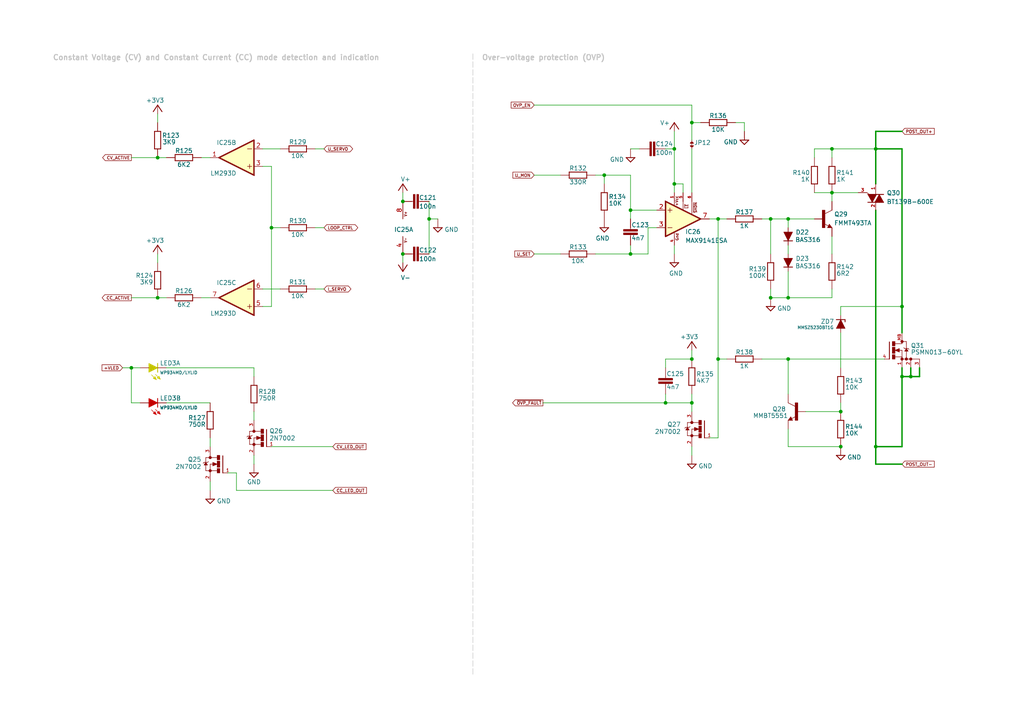
<source format=kicad_sch>
(kicad_sch (version 20250114) (generator "eeschema") (generator_version "9.0")
  (paper "A4")
  (title_block (title "${project_name}") (date "2025-12-07") (rev "${project_version}") (company "${project_creator}") (comment 1 "${project_license}") (comment 2 "${project_info}") (comment 3 "${project_url}"))
  (lib_symbols
    (symbol "PCM_EEZ_ICs:LM293D"
      (property "Reference" "IC" (at 2.54 3.175 0))
      (symbol "LM293D_1_0"
        (text "V+" (at 1.27 3.175 900) (effects (font (size 0.8128 0.6908)) (justify left bottom)))
        (text "V-" (at 1.27 -4.445 900) (effects (font (size 0.8128 0.6908)) (justify left bottom)))
        (pin power_in line (at 0 7.62 270) (length 5.08) (name "V+") (number "8"))
        (pin power_in line (at 0 -7.62 90) (length 5.08) (name "V-") (number "4"))
      )
      (symbol "LM293D_2_0"
        (pin input line (at -7.62 2.54 0) (length 2.54) (name "+IN") (number "3"))
        (pin input line (at -7.62 -2.54 0) (length 2.54) (name "-IN") (number "2"))
        (pin output line (at 7.62 0 180) (length 2.54) (name "OUT") (number "1"))
      )
      (symbol "LM293D_3_0"
        (pin input line (at -7.62 2.54 0) (length 2.54) (name "+IN") (number "5"))
        (pin input line (at -7.62 -2.54 0) (length 2.54) (name "-IN") (number "6"))
        (pin output line (at 7.62 0 180) (length 2.54) (name "OUT") (number "7"))
      )
    )
    (symbol "PCM_EEZ_ICs:MAX9141ESA"
      (property "Reference" "IC" (at 5.08 5.08 0))
      (property "Value" "MAX9141ESA" (at 5.08 -5.08 0))
      (symbol "MAX9141ESA_1_0"
        (text "+Vcc" (at -1.397 3.683 900) (effects (font (size 0.762 0.762)) (justify left bottom)))
        (text "Gnd" (at -1.27 -6.35 900) (effects (font (size 0.762 0.762)) (justify left bottom)))
        (text "~{LE}" (at 1.524 2.921 900) (effects (font (size 0.762 0.762)) (justify left bottom)))
        (text "~{SHDN}" (at 4.064 1.651 900) (effects (font (size 0.762 0.762)) (justify left bottom)))
        (pin input line (at -7.62 2.54 0) (length 2.54) (name "+IN") (number "2"))
        (pin input line (at -7.62 -2.54 0) (length 2.54) (name "-IN") (number "3"))
        (pin passive line (at -2.54 7.62 270) (length 2.54) (name "+VCC") (number "1"))
        (pin passive line (at -2.54 -7.62 90) (length 2.54) (name "GND") (number "4"))
        (pin input line (at 0 7.62 270) (length 2.54) (name "~{LE}") (number "5"))
        (pin no_connect line (at 0 -5.08 90) (length 2.54) (hide yes) (name "NC") (number "8"))
        (pin input line (at 2.54 7.62 270) (length 2.54) (name "~{SHDN}") (number "6"))
        (pin output line (at 7.62 0 180) (length 2.54) (name "OUT") (number "7"))
      )
    )
    (symbol "PCM_EEZ_discretes:DIODE"
      (property "Reference" "D" (at 2.54 0.4826 0))
      (property "Value" "???" (at 2.54 -2.3114 0))
      (symbol "DIODE_1_0"
        (pin passive line (at -2.54 0 0) (length 2.54) (name "A") (number "A"))
        (pin passive line (at 2.54 0 180) (length 2.54) (name "C") (number "C"))
      )
    )
    (symbol "PCM_EEZ_discretes:DIODE_ZENER"
      (property "Reference" "ZD" (at -1.778 1.905 0))
      (symbol "DIODE_ZENER_1_0"
        (pin passive line (at -2.54 0 0) (length 2.54) (name "A") (number "A"))
        (pin passive line (at 2.54 0 180) (length 2.54) (name "C") (number "C"))
      )
    )
    (symbol "PCM_EEZ_discretes:NMOS"
      (property "Reference" "Q" (at 3.429 2.667 0))
      (symbol "NMOS_1_0"
        (pin passive line (at -2.54 -2.54 0) (length 0) (name "G") (number "1"))
        (pin passive line (at 2.54 5.08 270) (length 2.54) (name "D") (number "3"))
        (pin passive line (at 2.54 -5.08 90) (length 2.54) (name "S") (number "2"))
      )
    )
    (symbol "PCM_EEZ_discretes:NMOS_LFPAK"
      (property "Reference" "Q" (at -2.54 0 0))
      (symbol "NMOS_LFPAK_1_0"
        (pin passive line (at -2.54 -2.54 0) (length 0) (name "G") (number "4"))
        (pin passive line (at 2.54 5.08 270) (length 2.54) (name "MB") (number "MB"))
        (pin passive line (at 2.54 -5.08 90) (length 2.54) (name "S") (number "1"))
        (pin passive line (at 5.08 -5.08 90) (length 2.54) (name "S") (number "2"))
        (pin passive line (at 7.62 -5.08 90) (length 2.54) (name "S") (number "3"))
      )
    )
    (symbol "PCM_EEZ_discretes:NPN-SOT23-BEC"
      (property "Reference" "Q" (at 2.54 0 0))
      (symbol "NPN-SOT23-BEC_1_0"
        (pin passive line (at -2.54 0 0) (length 2.54) (name "B") (number "B"))
        (pin passive line (at 2.54 5.08 270) (length 2.54) (name "C") (number "C"))
        (pin passive line (at 2.54 -5.08 90) (length 2.54) (name "E") (number "E"))
      )
    )
    (symbol "PCM_EEZ_discretes:Triac"
      (property "Reference" "Q" (at 3.81 2.54 0))
      (symbol "Triac_1_0"
        (pin passive line (at -5.08 0 0) (length 2.54) (name "G") (number "3"))
        (pin passive line (at 0 5.08 270) (length 2.54) (name "A2") (number "2"))
        (pin passive line (at 0 -2.54 90) (length 2.54) (name "A1") (number "1"))
      )
    )
    (symbol "PCM_EEZ_discretes:WP934MD/LYLID"
      (property "Reference" "LED" (at 1.905 1.27 0))
      (property "Value" "WP934MD/LYLID" (at 1.905 -0.635 0))
      (symbol "WP934MD/LYLID_1_0"
        (pin passive line (at 0 5.08 270) (length 2.54) (name "A") (number "TA"))
        (pin passive line (at 0 -2.54 90) (length 2.54) (name "C") (number "TC"))
      )
      (symbol "WP934MD/LYLID_2_0"
        (pin passive line (at 0 5.08 270) (length 2.54) (name "A") (number "BA"))
        (pin passive line (at 0 -2.54 90) (length 2.54) (name "C") (number "BC"))
      )
    )
    (symbol "PCM_EEZ_passives:C-EU"
      (property "Reference" "C" (at 1.27 0.635 0))
      (symbol "C-EU_1_0"
        (pin passive line (at 0 2.54 270) (length 2.54) (name "1") (number "1"))
        (pin passive line (at 0 -5.08 90) (length 2.54) (name "2") (number "2"))
      )
    )
    (symbol "PCM_EEZ_passives:R-EU"
      (property "Reference" "R" (at -1.905 -1.905 90))
      (symbol "R-EU_1_0"
        (pin passive line (at 0 5.08 270) (length 2.54) (name "2") (number "2"))
        (pin passive line (at 0 -5.08 90) (length 2.54) (name "1") (number "1"))
      )
    )
    (symbol "PCM_EEZ_symbols:+3V3" (power)
      (property "Value" "+3V3" (at 0 0.635 0))
      (symbol "+3V3_1_0"
        (pin power_in line (at 0 -2.54 90) (length 2.54) (name "+3V3") (number "1"))
      )
    )
    (symbol "PCM_EEZ_symbols:GND" (power)
      (property "Value" "GND" (at 0 -1.905 0))
      (symbol "GND_1_0"
        (pin power_in line (at 0 2.54 270) (length 2.54) (name "GND") (number "1"))
      )
    )
    (symbol "PCM_EEZ_symbols:V+" (power)
      (property "Value" "V+" (at -1.27 1.27 0))
      (symbol "V+_1_0"
        (pin power_in line (at 0 -2.54 90) (length 2.54) (name "V+") (number "1"))
      )
    )
    (symbol "PCM_EEZ_symbols:V-" (power)
      (property "Value" "V-" (at -1.27 -2.54 0))
      (symbol "V-_1_0"
        (pin power_in line (at 0 2.54 270) (length 2.54) (name "V-") (number "1"))
      )
    )
    (symbol "PCM_EEZ_unsorted:JP2 shorted" (in_bom no)
      (property "Reference" "JP" (at -3.175 1.27 0))
      (symbol "JP2 shorted_1_0"
        (pin passive line (at 0 0 270) (length 0) (name "1") (number "1"))
        (pin passive line (at 2.54 0 270) (length 0) (name "2") (number "2"))
      )
    )
    (symbol "R-EU_10"
      (property "Reference" "R" (at -1.905 -1.905 90))
      (symbol "R-EU_10_1_0"
        (pin passive line (at 0 5.08 270) (length 2.54) (name "2") (number "2"))
        (pin passive line (at 0 -5.08 90) (length 2.54) (name "1") (number "1"))
      )
    )
    (symbol "R-EU_11"
      (property "Reference" "R" (at -1.905 -1.905 90))
      (symbol "R-EU_11_1_0"
        (pin passive line (at 0 5.08 270) (length 2.54) (name "2") (number "2"))
        (pin passive line (at 0 -5.08 90) (length 2.54) (name "1") (number "1"))
      )
    )
    (symbol "R-EU_12"
      (property "Reference" "R" (at -1.905 -1.905 90))
      (symbol "R-EU_12_1_0"
        (pin passive line (at 0 5.08 270) (length 2.54) (name "2") (number "2"))
        (pin passive line (at 0 -5.08 90) (length 2.54) (name "1") (number "1"))
      )
    )
    (symbol "R-EU_14"
      (property "Reference" "R" (at -1.905 -1.905 90))
      (symbol "R-EU_14_1_0"
        (pin passive line (at 0 5.08 270) (length 2.54) (name "2") (number "2"))
        (pin passive line (at 0 -5.08 90) (length 2.54) (name "1") (number "1"))
      )
    )
    (symbol "R-EU_15"
      (property "Reference" "R" (at -1.905 -1.905 90))
      (symbol "R-EU_15_1_0"
        (pin passive line (at 0 5.08 270) (length 2.54) (name "2") (number "2"))
        (pin passive line (at 0 -5.08 90) (length 2.54) (name "1") (number "1"))
      )
    )
    (symbol "R-EU_17"
      (property "Reference" "R" (at -1.905 -1.905 90))
      (symbol "R-EU_17_1_0"
        (pin passive line (at 0 5.08 270) (length 2.54) (name "2") (number "2"))
        (pin passive line (at 0 -5.08 90) (length 2.54) (name "1") (number "1"))
      )
    )
    (symbol "R-EU_19"
      (property "Reference" "R" (at -1.905 -1.905 90))
      (symbol "R-EU_19_1_0"
        (pin passive line (at 0 5.08 270) (length 2.54) (name "2") (number "2"))
        (pin passive line (at 0 -5.08 90) (length 2.54) (name "1") (number "1"))
      )
    )
    (symbol "R-EU_20"
      (property "Reference" "R" (at -1.905 -1.905 90))
      (symbol "R-EU_20_1_0"
        (pin passive line (at 0 5.08 270) (length 2.54) (name "2") (number "2"))
        (pin passive line (at 0 -5.08 90) (length 2.54) (name "1") (number "1"))
      )
    )
    (symbol "R-EU_3"
      (property "Reference" "R" (at -1.905 -1.905 90))
      (symbol "R-EU_3_1_0"
        (pin passive line (at 0 5.08 270) (length 2.54) (name "2") (number "2"))
        (pin passive line (at 0 -5.08 90) (length 2.54) (name "1") (number "1"))
      )
    )
    (symbol "R-EU_4"
      (property "Reference" "R" (at -1.905 -1.905 90))
      (symbol "R-EU_4_1_0"
        (pin passive line (at 0 5.08 270) (length 2.54) (name "2") (number "2"))
        (pin passive line (at 0 -5.08 90) (length 2.54) (name "1") (number "1"))
      )
    )
    (symbol "R-EU_5"
      (property "Reference" "R" (at -1.905 -1.905 90))
      (symbol "R-EU_5_1_0"
        (pin passive line (at 0 5.08 270) (length 2.54) (name "2") (number "2"))
        (pin passive line (at 0 -5.08 90) (length 2.54) (name "1") (number "1"))
      )
    )
    (symbol "R-EU_6"
      (property "Reference" "R" (at -1.905 -1.905 90))
      (symbol "R-EU_6_1_0"
        (pin passive line (at 0 5.08 270) (length 2.54) (name "2") (number "2"))
        (pin passive line (at 0 -5.08 90) (length 2.54) (name "1") (number "1"))
      )
    )
    (symbol "R-EU_7"
      (property "Reference" "R" (at -1.905 -1.905 90))
      (symbol "R-EU_7_1_0"
        (pin passive line (at 0 5.08 270) (length 2.54) (name "2") (number "2"))
        (pin passive line (at 0 -5.08 90) (length 2.54) (name "1") (number "1"))
      )
    )
    (symbol "R-EU_9"
      (property "Reference" "R" (at -1.905 -1.905 90))
      (symbol "R-EU_9_1_0"
        (pin passive line (at 0 5.08 270) (length 2.54) (name "2") (number "2"))
        (pin passive line (at 0 -5.08 90) (length 2.54) (name "1") (number "1"))
      )
    )
  )
  (text "Constant Voltage (CV) and Constant Current (CC) mode detection and indication" (at 15.24 17.78 0) (effects (font (size 1.524 1.524) (thickness 0.3048) (bold yes)) (justify left bottom)))
  (text "Over-voltage protection (OVP)" (at 139.7 17.78 0) (effects (font (size 1.524 1.524) (thickness 0.3048) (bold yes)) (justify left bottom)))
  (junction (at 254 129.54))
  (junction (at 223.52 86.36))
  (junction (at 116.84 58.42))
  (junction (at 241.3 55.88))
  (junction (at 182.88 60.96))
  (junction (at 228.6 63.5))
  (junction (at 200.66 35.56))
  (junction (at 254 43.18))
  (junction (at 261.62 88.9))
  (junction (at 195.58 43.18))
  (junction (at 261.62 109.22))
  (junction (at 228.6 104.14))
  (junction (at 45.72 86.36))
  (junction (at 124.46 63.5))
  (junction (at 195.58 53.34))
  (junction (at 38.1 106.68))
  (junction (at 208.28 104.14))
  (junction (at 241.3 43.18))
  (junction (at 193.04 116.84))
  (junction (at 78.74 66.04))
  (junction (at 182.88 73.66))
  (junction (at 208.28 63.5))
  (junction (at 228.6 86.36))
  (junction (at 116.84 73.66))
  (junction (at 264.16 109.22))
  (junction (at 243.84 129.54))
  (junction (at 200.66 116.84))
  (junction (at 45.72 45.72))
  (junction (at 223.52 63.5))
  (junction (at 200.66 104.14))
  (junction (at 175.26 50.8))
  (junction (at 243.84 119.38))
  (wire (pts (xy 254 43.18) (xy 241.3 43.18)) (stroke (width 0.1524)))
  (wire (pts (xy 68.58 137.16) (xy 68.58 142.24)) (stroke (width 0.1524)))
  (wire (pts (xy 81.28 66.04) (xy 78.74 66.04)) (stroke (width 0.1524)))
  (wire (pts (xy 45.72 33.02) (xy 45.72 35.56)) (stroke (width 0.1524)))
  (wire (pts (xy 254 43.18) (xy 254 53.34)) (stroke (width 0.4064)))
  (wire (pts (xy 200.66 101.6) (xy 200.66 104.14)) (stroke (width 0.1524)))
  (wire (pts (xy 200.66 30.48) (xy 200.66 35.56)) (stroke (width 0.1524)))
  (wire (pts (xy 195.58 53.34) (xy 195.58 55.88)) (stroke (width 0.1524)))
  (wire (pts (xy 208.28 63.5) (xy 210.82 63.5)) (stroke (width 0.1524)))
  (wire (pts (xy 124.46 63.5) (xy 124.46 73.66)) (stroke (width 0.1524)))
  (wire (pts (xy 68.58 142.24) (xy 96.52 142.24)) (stroke (width 0.1524)))
  (wire (pts (xy 200.66 116.84) (xy 193.04 116.84)) (stroke (width 0.1524)))
  (wire (pts (xy 254 134.62) (xy 254 129.54)) (stroke (width 0.4064)))
  (wire (pts (xy 264.16 109.22) (xy 266.7 109.22)) (stroke (width 0.4064)))
  (wire (pts (xy 203.2 35.56) (xy 200.66 35.56)) (stroke (width 0.1524)))
  (wire (pts (xy 228.6 63.5) (xy 223.52 63.5)) (stroke (width 0.1524)))
  (wire (pts (xy 248.92 55.88) (xy 241.3 55.88)) (stroke (width 0.1524)))
  (wire (pts (xy 172.72 50.8) (xy 175.26 50.8)) (stroke (width 0.1524)))
  (wire (pts (xy 175.26 53.34) (xy 175.26 50.8)) (stroke (width 0.1524)))
  (wire (pts (xy 243.84 88.9) (xy 243.84 91.44)) (stroke (width 0.1524)))
  (wire (pts (xy 193.04 104.14) (xy 193.04 106.68)) (stroke (width 0.1524)))
  (wire (pts (xy 162.56 73.66) (xy 154.94 73.66)) (stroke (width 0.1524)))
  (wire (pts (xy 124.46 58.42) (xy 124.46 63.5)) (stroke (width 0.1524)))
  (wire (pts (xy 40.64 106.68) (xy 38.1 106.68)) (stroke (width 0.1524)))
  (wire (pts (xy 241.3 58.42) (xy 241.3 55.88)) (stroke (width 0.1524)))
  (wire (pts (xy 48.26 116.84) (xy 60.96 116.84)) (stroke (width 0.1524)))
  (wire (pts (xy 193.04 116.84) (xy 193.04 114.3)) (stroke (width 0.1524)))
  (wire (pts (xy 228.6 129.54) (xy 228.6 124.46)) (stroke (width 0.1524)))
  (wire (pts (xy 220.98 63.5) (xy 223.52 63.5)) (stroke (width 0.1524)))
  (wire (pts (xy 223.52 73.66) (xy 223.52 63.5)) (stroke (width 0.1524)))
  (wire (pts (xy 91.44 83.82) (xy 93.98 83.82)) (stroke (width 0.1524)))
  (wire (pts (xy 261.62 109.22) (xy 264.16 109.22)) (stroke (width 0.4064)))
  (wire (pts (xy 241.3 43.18) (xy 236.22 43.18)) (stroke (width 0.1524)))
  (wire (pts (xy 200.66 55.88) (xy 200.66 43.18)) (stroke (width 0.1524)))
  (wire (pts (xy 254 38.1) (xy 261.62 38.1)) (stroke (width 0.4064)))
  (wire (pts (xy 220.98 104.14) (xy 228.6 104.14)) (stroke (width 0.1524)))
  (wire (pts (xy 241.3 83.82) (xy 241.3 86.36)) (stroke (width 0.1524)))
  (wire (pts (xy 35.56 106.68) (xy 38.1 106.68)))
  (wire (pts (xy 182.88 60.96) (xy 190.5 60.96)) (stroke (width 0.1524)))
  (wire (pts (xy 266.7 109.22) (xy 266.7 106.68)) (stroke (width 0.4064)))
  (wire (pts (xy 78.74 129.54) (xy 96.52 129.54)) (stroke (width 0.1524)))
  (wire (pts (xy 195.58 38.1) (xy 195.58 43.18)) (stroke (width 0.1524)))
  (wire (pts (xy 261.62 96.52) (xy 261.62 88.9)) (stroke (width 0.4064)))
  (wire (pts (xy 45.72 73.66) (xy 45.72 76.2)) (stroke (width 0.1524)))
  (wire (pts (xy 236.22 43.18) (xy 236.22 45.72)) (stroke (width 0.1524)))
  (wire (pts (xy 228.6 86.36) (xy 223.52 86.36)) (stroke (width 0.1524)))
  (wire (pts (xy 193.04 43.18) (xy 195.58 43.18)) (stroke (width 0.1524)))
  (wire (pts (xy 228.6 73.66) (xy 228.6 71.12)) (stroke (width 0.1524)))
  (wire (pts (xy 40.64 116.84) (xy 38.1 116.84)) (stroke (width 0.1524)))
  (wire (pts (xy 187.96 73.66) (xy 187.96 66.04)) (stroke (width 0.1524)))
  (wire (pts (xy 198.12 53.34) (xy 198.12 55.88)) (stroke (width 0.1524)))
  (wire (pts (xy 172.72 73.66) (xy 182.88 73.66)) (stroke (width 0.1524)))
  (wire (pts (xy 38.1 116.84) (xy 38.1 106.68)) (stroke (width 0.1524)))
  (wire (pts (xy 200.66 40.64) (xy 200.66 35.56)) (stroke (width 0.1524)))
  (wire (pts (xy 45.72 45.72) (xy 48.26 45.72)) (stroke (width 0.1524)))
  (wire (pts (xy 38.1 86.36) (xy 45.72 86.36)) (stroke (width 0.1524)))
  (wire (pts (xy 195.58 53.34) (xy 198.12 53.34)) (stroke (width 0.1524)))
  (wire (pts (xy 241.3 73.66) (xy 241.3 68.58)) (stroke (width 0.1524)))
  (wire (pts (xy 60.96 127) (xy 60.96 129.54)) (stroke (width 0.1524)))
  (wire (pts (xy 200.66 104.14) (xy 193.04 104.14)) (stroke (width 0.1524)))
  (wire (pts (xy 205.74 63.5) (xy 208.28 63.5)) (stroke (width 0.1524)))
  (wire (pts (xy 228.6 86.36) (xy 228.6 78.74)) (stroke (width 0.1524)))
  (wire (pts (xy 243.84 129.54) (xy 228.6 129.54)) (stroke (width 0.1524)))
  (wire (pts (xy 261.62 134.62) (xy 254 134.62)) (stroke (width 0.4064)))
  (wire (pts (xy 182.88 73.66) (xy 187.96 73.66)) (stroke (width 0.1524)))
  (wire (pts (xy 187.96 66.04) (xy 190.5 66.04)) (stroke (width 0.1524)))
  (wire (pts (xy 241.3 55.88) (xy 236.22 55.88)) (stroke (width 0.1524)))
  (wire (pts (xy 215.9 38.1) (xy 215.9 35.56)) (stroke (width 0.1524)))
  (wire (pts (xy 193.04 116.84) (xy 157.48 116.84)) (stroke (width 0.1524)))
  (wire (pts (xy 264.16 109.22) (xy 264.16 106.68)) (stroke (width 0.4064)))
  (wire (pts (xy 182.88 63.5) (xy 182.88 60.96)) (stroke (width 0.1524)))
  (wire (pts (xy 91.44 43.18) (xy 93.98 43.18)) (stroke (width 0.1524)))
  (wire (pts (xy 182.88 50.8) (xy 182.88 60.96)) (stroke (width 0.1524)))
  (wire (pts (xy 215.9 35.56) (xy 213.36 35.56)) (stroke (width 0.1524)))
  (wire (pts (xy 243.84 119.38) (xy 233.68 119.38)) (stroke (width 0.1524)))
  (wire (pts (xy 175.26 50.8) (xy 182.88 50.8)) (stroke (width 0.1524)))
  (wire (pts (xy 60.96 45.72) (xy 58.42 45.72)) (stroke (width 0.1524)))
  (wire (pts (xy 195.58 73.66) (xy 195.58 71.12)) (stroke (width 0.1524)))
  (wire (pts (xy 236.22 63.5) (xy 228.6 63.5)) (stroke (width 0.1524)))
  (wire (pts (xy 78.74 88.9) (xy 76.2 88.9)) (stroke (width 0.1524)))
  (wire (pts (xy 254 43.18) (xy 261.62 43.18)) (stroke (width 0.4064)))
  (wire (pts (xy 254 43.18) (xy 254 38.1)) (stroke (width 0.4064)))
  (wire (pts (xy 254 60.96) (xy 254 129.54)) (stroke (width 0.4064)))
  (wire (pts (xy 228.6 63.5) (xy 228.6 66.04)) (stroke (width 0.1524)))
  (wire (pts (xy 78.74 66.04) (xy 78.74 88.9)) (stroke (width 0.1524)))
  (wire (pts (xy 185.42 43.18) (xy 182.88 43.18)) (stroke (width 0.1524)))
  (wire (pts (xy 182.88 71.12) (xy 182.88 73.66)) (stroke (width 0.1524)))
  (wire (pts (xy 241.3 43.18) (xy 241.3 45.72)) (stroke (width 0.1524)))
  (wire (pts (xy 210.82 104.14) (xy 208.28 104.14)) (stroke (width 0.1524)))
  (wire (pts (xy 91.44 66.04) (xy 93.98 66.04)) (stroke (width 0.1524)))
  (wire (pts (xy 73.66 119.38) (xy 73.66 121.92)) (stroke (width 0.1524)))
  (wire (pts (xy 256.54 104.14) (xy 228.6 104.14)) (stroke (width 0.1524)))
  (wire (pts (xy 116.84 55.88) (xy 116.84 58.42)) (stroke (width 0.1524)))
  (wire (pts (xy 243.84 106.68) (xy 243.84 96.52)) (stroke (width 0.1524)))
  (wire (pts (xy 195.58 43.18) (xy 195.58 53.34)) (stroke (width 0.1524)))
  (wire (pts (xy 208.28 63.5) (xy 208.28 104.14)) (stroke (width 0.1524)))
  (wire (pts (xy 205.74 127) (xy 208.28 127)) (stroke (width 0.1524)))
  (wire (pts (xy 223.52 86.36) (xy 223.52 83.82)) (stroke (width 0.1524)))
  (wire (pts (xy 261.62 88.9) (xy 261.62 43.18)) (stroke (width 0.4064)))
  (wire (pts (xy 162.56 50.8) (xy 154.94 50.8)) (stroke (width 0.1524)))
  (wire (pts (xy 76.2 83.82) (xy 81.28 83.82)) (stroke (width 0.1524)))
  (wire (pts (xy 261.62 88.9) (xy 243.84 88.9)) (stroke (width 0.1524)))
  (wire (pts (xy 261.62 109.22) (xy 261.62 129.54)) (stroke (width 0.4064)))
  (wire (pts (xy 48.26 106.68) (xy 73.66 106.68)) (stroke (width 0.1524)))
  (wire (pts (xy 200.66 132.08) (xy 200.66 129.54)) (stroke (width 0.1524)))
  (wire (pts (xy 38.1 45.72) (xy 45.72 45.72)) (stroke (width 0.1524)))
  (polyline (pts (xy 137.16 195.58) (xy 137.16 15.24)) (stroke (width 0.1524) (type dash) (color 194 194 194 1)))
  (wire (pts (xy 73.66 106.68) (xy 73.66 109.22)) (stroke (width 0.1524)))
  (wire (pts (xy 200.66 114.3) (xy 200.66 116.84)) (stroke (width 0.1524)))
  (wire (pts (xy 81.28 43.18) (xy 76.2 43.18)) (stroke (width 0.1524)))
  (wire (pts (xy 200.66 119.38) (xy 200.66 116.84)) (stroke (width 0.1524)))
  (wire (pts (xy 73.66 134.62) (xy 73.66 132.08)) (stroke (width 0.1524)))
  (wire (pts (xy 154.94 30.48) (xy 200.66 30.48)) (stroke (width 0.1524)))
  (wire (pts (xy 76.2 48.26) (xy 78.74 48.26)) (stroke (width 0.1524)))
  (wire (pts (xy 116.84 76.2) (xy 116.84 73.66)) (stroke (width 0.1524)))
  (wire (pts (xy 78.74 48.26) (xy 78.74 66.04)) (stroke (width 0.1524)))
  (wire (pts (xy 241.3 86.36) (xy 228.6 86.36)) (stroke (width 0.1524)))
  (wire (pts (xy 261.62 106.68) (xy 261.62 109.22)) (stroke (width 0.4064)))
  (wire (pts (xy 124.46 63.5) (xy 127 63.5)) (stroke (width 0.1524)))
  (wire (pts (xy 243.84 119.38) (xy 243.84 116.84)) (stroke (width 0.1524)))
  (wire (pts (xy 66.04 137.16) (xy 68.58 137.16)) (stroke (width 0.1524)))
  (wire (pts (xy 228.6 114.3) (xy 228.6 104.14)) (stroke (width 0.1524)))
  (wire (pts (xy 254 129.54) (xy 261.62 129.54)) (stroke (width 0.4064)))
  (wire (pts (xy 208.28 127) (xy 208.28 104.14)) (stroke (width 0.1524)))
  (wire (pts (xy 60.96 142.24) (xy 60.96 139.7)) (stroke (width 0.1524)))
  (wire (pts (xy 45.72 86.36) (xy 48.26 86.36)) (stroke (width 0.1524)))
  (wire (pts (xy 60.96 86.36) (xy 58.42 86.36)) (stroke (width 0.1524)))
  (global_label "CV_LED_OUT" (shape input) (at 96.52 129.54 0) (effects (font (size 0.889 0.889))) (property "Intersheetrefs" "${INTERSHEET_REFS}" (effects (hide yes))))
  (global_label "+VLED" (shape input) (at 35.56 106.68 180) (effects (font (size 0.889 0.889))) (property "Intersheetrefs" "${INTERSHEET_REFS}" (effects (hide yes))))
  (global_label "U_MON" (shape input) (at 154.94 50.8 180) (effects (font (size 0.889 0.889))) (property "Intersheetrefs" "${INTERSHEET_REFS}" (effects (hide yes))))
  (global_label "CV_ACTIVE" (shape output) (at 38.1 45.72 180) (effects (font (size 0.889 0.889))) (property "Intersheetrefs" "${INTERSHEET_REFS}" (effects (hide yes))))
  (global_label "POST_OUT+" (shape input) (at 261.62 38.1 0) (effects (font (size 0.889 0.889))) (property "Intersheetrefs" "${INTERSHEET_REFS}" (effects (hide yes))))
  (global_label "LOOP_CTRL" (shape bidirectional) (at 93.98 66.04 0) (effects (font (size 0.889 0.889))) (property "Intersheetrefs" "${INTERSHEET_REFS}" (effects (hide yes))))
  (global_label "CC_LED_OUT" (shape input) (at 96.52 142.24 0) (effects (font (size 0.889 0.889))) (property "Intersheetrefs" "${INTERSHEET_REFS}" (effects (hide yes))))
  (global_label "OVP_EN" (shape input) (at 154.94 30.48 180) (effects (font (size 0.889 0.889))) (property "Intersheetrefs" "${INTERSHEET_REFS}" (effects (hide yes))))
  (global_label "I_SERVO" (shape bidirectional) (at 93.98 83.82 0) (effects (font (size 0.889 0.889))) (property "Intersheetrefs" "${INTERSHEET_REFS}" (effects (hide yes))))
  (global_label "~{OVP_FAULT}" (shape output) (at 157.48 116.84 180) (effects (font (size 0.889 0.889))) (property "Intersheetrefs" "${INTERSHEET_REFS}" (effects (hide yes))))
  (global_label "CC_ACTIVE" (shape output) (at 38.1 86.36 180) (effects (font (size 0.889 0.889))) (property "Intersheetrefs" "${INTERSHEET_REFS}" (effects (hide yes))))
  (global_label "POST_OUT-" (shape input) (at 261.62 134.62 0) (effects (font (size 0.889 0.889))) (property "Intersheetrefs" "${INTERSHEET_REFS}" (effects (hide yes))))
  (global_label "U_SET" (shape input) (at 154.94 73.66 180) (effects (font (size 0.889 0.889))) (property "Intersheetrefs" "${INTERSHEET_REFS}" (effects (hide yes))))
  (global_label "U_SERVO" (shape bidirectional) (at 93.98 43.18 0) (effects (font (size 0.889 0.889))) (property "Intersheetrefs" "${INTERSHEET_REFS}" (effects (hide yes))))
  (symbol (lib_id "PCM_EEZ_unsorted:JP2 shorted") (at 200.66 40.64 90) (mirror x) (unit 1) (in_bom no)
    (property "Reference" "JP12" (at 201.295 40.64 90) (effects (justify right top)))
    (property "Value" "JP2-NOCUT-0805" (effects (hide yes)))
    (property "Footprint" "PCM_EEZ_SMD:JP2 shorted (0603)" (effects (hide yes)))
  )
  (symbol (lib_id "PCM_EEZ_passives:C-EU") (at 182.88 66.04 0) (unit 1)
    (property "Reference" "C123" (at 183.134 64.516 0) (effects (justify left top)))
    (property "Value" "4n7" (at 183.134 68.326 0) (effects (justify left top)))
    (property "Footprint" "PCM_EEZ_passives:C_0805_2012Metric" (effects (hide yes)))
    (property "DigiKey" "732-12255-1-ND " (effects (hide yes)))
    (property "Mouser" "810-C2012C0G1H472J-1 " (effects (hide yes)))
    (property "TME" "GRM2165C1H472JA01D" (effects (hide yes)))
  )
  (symbol (lib_name "R-EU_6") (lib_id "PCM_EEZ_passives:R-EU") (at 53.34 86.36 90) (mirror x) (unit 1)
    (property "Reference" "R126" (at 53.34 85.09 90) (effects (justify bottom)))
    (property "Value" "6K2" (at 53.34 87.63 90) (effects (justify top)))
    (property "Footprint" "PCM_EEZ_passives:R_0805_2012Metric" (effects (hide yes)))
  )
  (symbol (lib_id "PCM_EEZ_symbols:GND") (at 60.96 144.78 0) (unit 1)
    (property "Reference" "#SUPPLY068" (effects (hide yes)))
    (property "Value" "GND" (at 62.865 146.05 0) (effects (justify left bottom)))
  )
  (symbol (lib_id "PCM_EEZ_discretes:NPN-SOT23-BEC") (at 231.14 119.38 0) (mirror y) (unit 1)
    (property "Reference" "Q28" (at 227.965 119.38 0) (effects (justify left bottom)))
    (property "Value" "MMBT5551" (at 228.6 121.285 0) (effects (justify left bottom)))
    (property "Footprint" "PCM_EEZ_SMD:SOT23-BEC" (effects (hide yes)))
    (property "DigiKey" "MMBT5551LT1GOSCT-ND " (effects (hide yes)))
    (property "Mouser" "637-MMBT5551" (effects (hide yes)))
    (property "TME" "MMBT5551-DIO" (effects (hide yes)))
    (property "LCSC" "C41095" (effects (hide yes)))
  )
  (symbol (lib_name "R-EU_19") (lib_id "PCM_EEZ_passives:R-EU") (at 167.64 73.66 270) (mirror x) (unit 1)
    (property "Reference" "R133" (at 167.64 72.39 90) (effects (justify top)))
    (property "Value" "10K" (at 167.64 74.93 90) (effects (justify bottom)))
    (property "Footprint" "PCM_EEZ_passives:R_0805_2012Metric" (effects (hide yes)))
    (property "DigiKey" "311-10.0KCRCT-ND" (effects (hide yes)))
    (property "Mouser" "603-RC0805FR-0710KL" (effects (hide yes)))
    (property "TME" "RC0805FR-1310KL" (effects (hide yes)))
  )
  (symbol (lib_id "PCM_EEZ_symbols:GND") (at 73.66 137.16 0) (unit 1)
    (property "Reference" "#SUPPLY069" (effects (hide yes)))
    (property "Value" "GND" (at 73.66 139.065 0) (effects (justify top)))
  )
  (symbol (lib_id "PCM_EEZ_discretes:NMOS") (at 63.5 134.62 0) (mirror y) (unit 1)
    (property "Reference" "Q25" (at 58.42 133.985 0) (effects (justify left bottom)))
    (property "Value" "2N7002" (at 58.42 134.62 0) (effects (justify left top)))
    (property "Footprint" "PCM_EEZ_SMD:SOT103P240X110-3N" (effects (hide yes)))
    (property "DigiKey" "T2N7002AKLMCT-ND" (effects (hide yes)))
    (property "Mouser" "757-T2N7002AKLM" (effects (hide yes)))
    (property "TME" "2N7002LT1G" (effects (hide yes)))
  )
  (symbol (lib_id "PCM_EEZ_symbols:GND") (at 127 66.04 0) (unit 1)
    (property "Reference" "#SUPPLY070" (effects (hide yes)))
    (property "Value" "GND" (at 128.905 67.31 0) (effects (justify left bottom)))
  )
  (symbol (lib_id "PCM_EEZ_ICs:LM293D") (at 116.84 66.04 0) (unit 1)
    (property "Reference" "IC25" (at 114.3 67.31 0) (effects (justify left bottom)))
    (property "Value" "LM293D" (effects (hide yes)))
    (property "Footprint" "PCM_EEZ_SMD:SOIC127P600X173-8N" (effects (hide yes)))
    (property "DigiKey" "LM293DR2GOSCT-ND" (effects (hide yes)))
    (property "Mouser" "863-LM293DR2G" (effects (hide yes)))
    (property "TME" "LM293DR" (effects (hide yes)))
    (property "LCSC" "C76509" (effects (hide yes)))
  )
  (symbol (lib_id "PCM_EEZ_symbols:+3V3") (at 45.72 30.48 0) (mirror y) (unit 1)
    (property "Reference" "#+3V026" (effects (hide yes)))
    (property "Value" "+3V3" (at 47.625 29.845 0) (effects (justify left bottom)))
  )
  (symbol (lib_id "PCM_EEZ_symbols:GND") (at 175.26 66.04 0) (unit 1)
    (property "Reference" "#SUPPLY071" (effects (hide yes)))
    (property "Value" "GND" (at 172.72 69.85 0) (effects (justify left bottom)))
  )
  (symbol (lib_id "PCM_EEZ_discretes:Triac") (at 254 55.88 0) (mirror x) (unit 1)
    (property "Reference" "Q30" (at 257.175 55.245 0) (effects (justify left bottom)))
    (property "Value" "BT139B-600E" (at 257.175 57.785 0) (effects (justify left bottom)))
    (property "Footprint" "PCM_EEZ_SMD:TO-263_SOT-404" (effects (hide yes)))
    (property "DigiKey" "1740-1053-1-ND" (effects (hide yes)))
    (property "Mouser" "771-BT139B-600E118" (effects (hide yes)))
    (property "TME" "BT139B-600E.118" (effects (hide yes)))
    (property "LCSC" "C6533556" (effects (hide yes)))
  )
  (symbol (lib_id "PCM_EEZ_symbols:+3V3") (at 45.72 71.12 0) (mirror y) (unit 1)
    (property "Reference" "#+3V027" (effects (hide yes)))
    (property "Value" "+3V3" (at 47.625 70.485 0) (effects (justify left bottom)))
  )
  (symbol (lib_id "PCM_EEZ_passives:R-EU") (at 223.52 78.74 0) (unit 1)
    (property "Reference" "R139" (at 222.25 78.74 0) (effects (justify right bottom)))
    (property "Value" "100K" (at 222.25 80.645 0) (effects (justify right bottom)))
    (property "Footprint" "PCM_EEZ_passives:R_0805_2012Metric" (effects (hide yes)))
    (property "DigiKey" "RMCF0805FT100KCT-ND " (effects (hide yes)))
    (property "Mouser" "71-CRCW0805100KFKEAC" (effects (hide yes)))
    (property "TME" "0805S8F1003T5E" (effects (hide yes)))
  )
  (symbol (lib_id "PCM_EEZ_passives:C-EU") (at 121.92 58.42 270) (unit 1)
    (property "Reference" "C121" (at 121.539 58.039 90) (effects (justify left bottom)))
    (property "Value" "100n" (at 121.539 60.579 90) (effects (justify left bottom)))
    (property "Footprint" "PCM_EEZ_passives:C_0603_1608Metric" (effects (hide yes)))
    (property "DigiKey" "490-4774-1-ND" (effects (hide yes)))
    (property "Mouser" "80-C0603C104M4R" (effects (hide yes)))
    (property "TME" "CL10B104KA8NNNC" (effects (hide yes)))
  )
  (symbol (lib_name "R-EU_3") (lib_id "PCM_EEZ_passives:R-EU") (at 175.26 58.42 0) (mirror x) (unit 1)
    (property "Reference" "R134" (at 176.53 57.785 0) (effects (justify left top)))
    (property "Value" "10K" (at 176.53 59.69 0) (effects (justify left top)))
    (property "Footprint" "PCM_EEZ_passives:R_0805_2012Metric" (effects (hide yes)))
    (property "DigiKey" "311-10.0KCRCT-ND" (effects (hide yes)))
    (property "Mouser" "603-RC0805FR-0710KL" (effects (hide yes)))
    (property "TME" "RC0805FR-1310KL" (effects (hide yes)))
  )
  (symbol (lib_id "PCM_EEZ_symbols:V+") (at 116.84 53.34 0) (unit 1)
    (property "Reference" "#P+07" (effects (hide yes)))
    (property "Value" "V+" (at 116.205 52.705 0) (effects (justify left bottom)))
  )
  (symbol (lib_name "R-EU_7") (lib_id "PCM_EEZ_passives:R-EU") (at 60.96 121.92 0) (unit 1)
    (property "Reference" "R127" (at 59.69 121.92 0) (effects (justify right bottom)))
    (property "Value" "750R" (at 59.69 123.825 0) (effects (justify right bottom)))
    (property "Footprint" "PCM_EEZ_passives:R_0805_2012Metric" (effects (hide yes)))
    (property "DigiKey" "A126385CT-ND" (effects (hide yes)))
    (property "Mouser" "71-CRCW0805750RFKEAC" (effects (hide yes)))
    (property "TME" "0805S8F7500T5E" (effects (hide yes)))
    (property "LCSC" "C17818" (effects (hide yes)))
  )
  (symbol (lib_id "PCM_EEZ_symbols:GND") (at 215.9 40.64 0) (mirror y) (unit 1)
    (property "Reference" "#SUPPLY075" (effects (hide yes)))
    (property "Value" "GND" (at 213.995 41.91 0) (effects (justify left bottom)))
  )
  (symbol (lib_name "R-EU_4") (lib_id "PCM_EEZ_passives:R-EU") (at 86.36 66.04 270) (unit 1)
    (property "Reference" "R130" (at 86.36 64.77 90) (effects (justify bottom)))
    (property "Value" "10K" (at 86.36 67.31 90) (effects (justify top)))
    (property "Footprint" "PCM_EEZ_passives:R_0805_2012Metric" (effects (hide yes)))
    (property "DigiKey" "311-10.0KCRCT-ND" (effects (hide yes)))
    (property "Mouser" "603-RC0805FR-0710KL" (effects (hide yes)))
    (property "TME" "RC0805FR-1310KL" (effects (hide yes)))
  )
  (symbol (lib_id "PCM_EEZ_passives:R-EU") (at 215.9 104.14 90) (mirror x) (unit 1)
    (property "Reference" "R138" (at 215.9 102.87 90) (effects (justify bottom)))
    (property "Value" "1K" (at 215.9 105.41 90) (effects (justify top)))
    (property "Footprint" "PCM_EEZ_passives:R_0805_2012Metric" (effects (hide yes)))
    (property "DigiKey" "RC0805FR-071KL" (effects (hide yes)))
    (property "Mouser" "603-RC0805FR-071KL" (effects (hide yes)))
    (property "TME" "RC0805FR-071K" (effects (hide yes)))
  )
  (symbol (lib_id "PCM_EEZ_passives:R-EU") (at 241.3 50.8 0) (mirror y) (unit 1)
    (property "Reference" "R141" (at 242.57 50.8 0) (effects (justify right bottom)))
    (property "Value" "1K" (at 242.57 52.705 0) (effects (justify right bottom)))
    (property "Footprint" "PCM_EEZ_passives:R_0805_2012Metric" (effects (hide yes)))
    (property "DigiKey" "RC0805FR-071KL" (effects (hide yes)))
    (property "Mouser" "603-RC0805FR-071KL" (effects (hide yes)))
    (property "TME" "RC0805FR-071K" (effects (hide yes)))
  )
  (symbol (lib_id "PCM_EEZ_passives:C-EU") (at 187.96 43.18 90) (unit 1)
    (property "Reference" "C124" (at 190.119 41.021 90) (effects (justify right bottom)))
    (property "Value" "100n" (at 190.119 43.561 90) (effects (justify right bottom)))
    (property "Footprint" "PCM_EEZ_passives:C_0603_1608Metric" (effects (hide yes)))
    (property "DigiKey" "490-4774-1-ND" (effects (hide yes)))
    (property "Mouser" "80-C0603C104M4R" (effects (hide yes)))
    (property "TME" "CL10B104KA8NNNC" (effects (hide yes)))
  )
  (symbol (lib_id "PCM_EEZ_discretes:NMOS_LFPAK") (at 259.08 101.6 0) (unit 1)
    (property "Reference" "Q31" (at 264.16 100.965 0) (effects (justify left bottom)))
    (property "Value" "PSMN013-60YL" (at 264.16 102.87 0) (effects (justify left bottom)))
    (property "Footprint" "PCM_EEZ_SMD:SOT669" (effects (hide yes)))
    (property "DigiKey" "1727-2589-1-ND" (effects (hide yes)))
    (property "Mouser" "771-PSMN013-60YLX" (effects (hide yes)))
    (property "TME" "PSMN013-60YLX" (effects (hide yes)))
    (property "LCSC" "C503662" (effects (hide yes)))
  )
  (symbol (lib_id "PCM_EEZ_discretes:NMOS") (at 76.2 127 0) (mirror y) (unit 1)
    (property "Reference" "Q26" (at 78.105 125.73 0) (effects (justify right bottom)))
    (property "Value" "2N7002" (at 78.105 126.365 0) (effects (justify right top)))
    (property "Footprint" "PCM_EEZ_SMD:SOT103P240X110-3N" (effects (hide yes)))
    (property "DigiKey" "T2N7002AKLMCT-ND" (effects (hide yes)))
    (property "Mouser" "757-T2N7002AKLM" (effects (hide yes)))
    (property "TME" "2N7002LT1G" (effects (hide yes)))
  )
  (symbol (lib_name "R-EU_5") (lib_id "PCM_EEZ_passives:R-EU") (at 86.36 43.18 90) (unit 1)
    (property "Reference" "R129" (at 86.36 41.91 90) (effects (justify top)))
    (property "Value" "10K" (at 86.36 44.45 90) (effects (justify bottom)))
    (property "Footprint" "PCM_EEZ_passives:R_0805_2012Metric" (effects (hide yes)))
    (property "DigiKey" "311-10.0KCRCT-ND" (effects (hide yes)))
    (property "Mouser" "603-RC0805FR-0710KL" (effects (hide yes)))
    (property "TME" "RC0805FR-1310KL" (effects (hide yes)))
  )
  (symbol (lib_id "PCM_EEZ_passives:R-EU") (at 243.84 111.76 0) (unit 1)
    (property "Reference" "R143" (at 245.11 111.125 0) (effects (justify left bottom)))
    (property "Value" "10K" (at 245.11 113.03 0) (effects (justify left bottom)))
    (property "Footprint" "PCM_EEZ_passives:R_0805_2012Metric" (effects (hide yes)))
    (property "DigiKey" "311-10.0KCRCT-ND" (effects (hide yes)))
    (property "Mouser" "603-RC0805FR-0710KL" (effects (hide yes)))
    (property "TME" "RC0805FR-1310KL" (effects (hide yes)))
  )
  (symbol (lib_id "PCM_EEZ_discretes:NMOS") (at 203.2 124.46 0) (mirror y) (unit 1)
    (property "Reference" "Q27" (at 197.485 123.825 0) (effects (justify left bottom)))
    (property "Value" "2N7002" (at 197.485 124.46 0) (effects (justify left top)))
    (property "Footprint" "PCM_EEZ_SMD:SOT103P240X110-3N" (effects (hide yes)))
    (property "DigiKey" "T2N7002AKLMCT-ND" (effects (hide yes)))
    (property "Mouser" "757-T2N7002AKLM" (effects (hide yes)))
    (property "TME" "2N7002LT1G" (effects (hide yes)))
  )
  (symbol (lib_id "PCM_EEZ_ICs:LM293D") (at 68.58 45.72 180) (unit 2)
    (property "Reference" "IC25" (at 68.58 40.64 0) (effects (justify left bottom)))
    (property "Value" "LM293D" (at 68.58 49.53 0) (effects (justify left bottom)))
    (property "Footprint" "PCM_EEZ_SMD:SOIC127P600X173-8N" (effects (hide yes)))
    (property "DigiKey" "LM293DR2GOSCT-ND" (effects (hide yes)))
    (property "Mouser" "863-LM293DR2G" (effects (hide yes)))
    (property "TME" "LM293DR" (effects (hide yes)))
    (property "LCSC" "C76509" (effects (hide yes)))
  )
  (symbol (lib_id "PCM_EEZ_passives:R-EU") (at 241.3 78.74 0) (mirror y) (unit 1)
    (property "Reference" "R142" (at 242.57 78.105 0) (effects (justify right bottom)))
    (property "Value" "6R2" (at 242.57 80.01 0) (effects (justify right bottom)))
    (property "Footprint" "PCM_EEZ_passives:R_0805_2012Metric" (effects (hide yes)))
    (property "DigiKey" "311-6.20CRCT-ND" (effects (hide yes)))
    (property "Mouser" "603-RC0805FR-076R2L" (effects (hide yes)))
    (property "TME" "RC0805JR-076R2" (effects (hide yes)))
  )
  (symbol (lib_id "PCM_EEZ_symbols:GND") (at 243.84 132.08 0) (unit 1)
    (property "Reference" "#SUPPLY077" (effects (hide yes)))
    (property "Value" "GND" (at 245.745 133.35 0) (effects (justify left bottom)))
  )
  (symbol (lib_name "R-EU_9") (lib_id "PCM_EEZ_passives:R-EU") (at 86.36 83.82 90) (unit 1)
    (property "Reference" "R131" (at 86.36 82.55 90) (effects (justify top)))
    (property "Value" "10K" (at 86.36 85.09 90) (effects (justify bottom)))
    (property "Footprint" "PCM_EEZ_passives:R_0805_2012Metric" (effects (hide yes)))
    (property "DigiKey" "311-10.0KCRCT-ND" (effects (hide yes)))
    (property "Mouser" "603-RC0805FR-0710KL" (effects (hide yes)))
    (property "TME" "RC0805FR-1310KL" (effects (hide yes)))
  )
  (symbol (lib_id "PCM_EEZ_discretes:DIODE_ZENER") (at 243.84 93.98 90) (unit 1)
    (property "Reference" "ZD7" (at 241.935 93.98 90) (effects (justify left top)))
    (property "Value" "MMSZ5230BT1G" (at 241.808 95.504 90) (effects (font (size 0.889 0.889)) (justify left top)))
    (property "Footprint" "PCM_EEZ_SMD:SOD123" (effects (hide yes)))
    (property "DigiKey" "MMSZ5230BT1GOSCT-ND " (effects (hide yes)))
    (property "Mouser" "863-MMSZ5230BT1G" (effects (hide yes)))
    (property "TME" "MMSZ5230BT1G" (effects (hide yes)))
  )
  (symbol (lib_id "PCM_EEZ_symbols:GND") (at 195.58 76.2 0) (mirror y) (unit 1)
    (property "Reference" "#SUPPLY073" (effects (hide yes)))
    (property "Value" "GND" (at 198.12 80.01 0) (effects (justify left bottom)))
  )
  (symbol (lib_name "R-EU_14") (lib_id "PCM_EEZ_passives:R-EU") (at 53.34 45.72 90) (mirror x) (unit 1)
    (property "Reference" "R125" (at 53.34 44.45 90) (effects (justify bottom)))
    (property "Value" "6K2" (at 53.34 46.99 90) (effects (justify top)))
    (property "Footprint" "PCM_EEZ_passives:R_0805_2012Metric" (effects (hide yes)))
  )
  (symbol (lib_id "PCM_EEZ_passives:C-EU") (at 121.92 73.66 270) (unit 1)
    (property "Reference" "C122" (at 121.539 73.279 90) (effects (justify left bottom)))
    (property "Value" "100n" (at 121.539 75.819 90) (effects (justify left bottom)))
    (property "Footprint" "PCM_EEZ_passives:C_0603_1608Metric" (effects (hide yes)))
    (property "DigiKey" "490-4774-1-ND" (effects (hide yes)))
    (property "Mouser" "80-C0603C104M4R" (effects (hide yes)))
    (property "TME" "CL10B104KA8NNNC" (effects (hide yes)))
  )
  (symbol (lib_id "PCM_EEZ_passives:C-EU") (at 193.04 109.22 0) (unit 1)
    (property "Reference" "C125" (at 193.294 107.696 0) (effects (justify left top)))
    (property "Value" "4n7" (at 193.294 111.506 0) (effects (justify left top)))
    (property "Footprint" "PCM_EEZ_passives:C_0805_2012Metric" (effects (hide yes)))
    (property "DigiKey" "732-12255-1-ND " (effects (hide yes)))
    (property "Mouser" "810-C2012C0G1H472J-1 " (effects (hide yes)))
    (property "TME" "GRM2165C1H472JA01D" (effects (hide yes)))
  )
  (symbol (lib_id "PCM_EEZ_symbols:+3V3") (at 200.66 99.06 0) (mirror y) (unit 1)
    (property "Reference" "#+3V028" (effects (hide yes)))
    (property "Value" "+3V3" (at 202.565 98.425 0) (effects (justify left bottom)))
  )
  (symbol (lib_name "R-EU_10") (lib_id "PCM_EEZ_passives:R-EU") (at 45.72 81.28 0) (mirror y) (unit 1)
    (property "Reference" "R124" (at 44.45 80.645 0) (effects (justify left bottom)))
    (property "Value" "3K9" (at 44.45 82.55 0) (effects (justify left bottom)))
    (property "Footprint" "PCM_EEZ_passives:R_0805_2012Metric" (effects (hide yes)))
    (property "DigiKey" "A126369CT-ND" (effects (hide yes)))
    (property "Mouser" "279-CRGP0805F3K9" (effects (hide yes)))
    (property "TME" "SMD0805-3K9-1%" (effects (hide yes)))
  )
  (symbol (lib_id "PCM_EEZ_discretes:WP934MD/LYLID") (at 45.72 116.84 90) (unit 2)
    (property "Reference" "LED3" (at 46.355 116.205 90) (effects (justify right top)))
    (property "Value" "WP934MD/LYLID" (at 46.355 118.745 90) (effects (font (size 0.889 0.889)) (justify right top)))
    (property "Footprint" "PCM_EEZ_THT:WP934MD_2YD" (effects (hide yes)))
    (property "Description" "T-1 (3mm) Bi-level LED Indicator (Red/Yellow)" (effects (hide yes)))
    (property "DigiKey" "350-2716-ND" (effects (hide yes)))
    (property "Mouser" "604-WP934MDLYLID" (effects (hide yes)))
    (property "TME" "-" (effects (hide yes)))
    (property "LCSC" "-" (effects (hide yes)))
  )
  (symbol (lib_name "R-EU_17") (lib_id "PCM_EEZ_passives:R-EU") (at 73.66 114.3 0) (mirror x) (unit 1)
    (property "Reference" "R128" (at 74.93 114.3 0) (effects (justify left top)))
    (property "Value" "750R" (at 74.93 116.205 0) (effects (justify left top)))
    (property "Footprint" "PCM_EEZ_passives:R_0805_2012Metric" (effects (hide yes)))
    (property "DigiKey" "A126385CT-ND" (effects (hide yes)))
    (property "Mouser" "71-CRCW0805750RFKEAC" (effects (hide yes)))
    (property "TME" "0805S8F7500T5E" (effects (hide yes)))
    (property "LCSC" "C17818" (effects (hide yes)))
  )
  (symbol (lib_id "PCM_EEZ_discretes:DIODE") (at 228.6 76.2 270) (unit 1)
    (property "Reference" "D23" (at 230.759 75.7174 90) (effects (justify left bottom)))
    (property "Value" "BAS316" (at 230.632 77.8764 90) (effects (justify left bottom)))
    (property "Footprint" "PCM_EEZ_SMD:SOD-323_1P8X1P35_ONS-M" (effects (hide yes)))
    (property "DigiKey" "1727-7370-1-ND" (effects (hide yes)))
    (property "Mouser" "771-BAS316-T/R" (effects (hide yes)))
    (property "TME" "BAS316,115" (effects (hide yes)))
  )
  (symbol (lib_id "PCM_EEZ_discretes:WP934MD/LYLID") (at 45.72 106.68 90) (unit 1)
    (property "Reference" "LED3" (at 46.355 106.045 90) (effects (justify right top)))
    (property "Value" "WP934MD/LYLID" (at 46.355 108.585 90) (effects (font (size 0.889 0.889)) (justify right top)))
    (property "Footprint" "PCM_EEZ_THT:WP934MD_2YD" (effects (hide yes)))
    (property "Description" "T-1 (3mm) Bi-level LED Indicator (Red/Yellow)" (effects (hide yes)))
    (property "DigiKey" "350-2716-ND" (effects (hide yes)))
    (property "Mouser" "604-WP934MDLYLID" (effects (hide yes)))
    (property "TME" "-" (effects (hide yes)))
    (property "LCSC" "-" (effects (hide yes)))
  )
  (symbol (lib_id "PCM_EEZ_symbols:GND") (at 200.66 134.62 0) (unit 1)
    (property "Reference" "#SUPPLY074" (effects (hide yes)))
    (property "Value" "GND" (at 202.565 135.89 0) (effects (justify left bottom)))
  )
  (symbol (lib_name "R-EU_20") (lib_id "PCM_EEZ_passives:R-EU") (at 215.9 63.5 90) (mirror x) (unit 1)
    (property "Reference" "R137" (at 215.9 62.23 90) (effects (justify bottom)))
    (property "Value" "1K" (at 215.9 64.77 90) (effects (justify top)))
    (property "Footprint" "PCM_EEZ_passives:R_0805_2012Metric" (effects (hide yes)))
    (property "DigiKey" "RC0805FR-071KL" (effects (hide yes)))
    (property "Mouser" "603-RC0805FR-071KL" (effects (hide yes)))
    (property "TME" "RC0805FR-071K" (effects (hide yes)))
  )
  (symbol (lib_id "PCM_EEZ_passives:R-EU") (at 236.22 50.8 0) (unit 1)
    (property "Reference" "R140" (at 234.95 50.8 0) (effects (justify right bottom)))
    (property "Value" "1K" (at 234.95 52.705 0) (effects (justify right bottom)))
    (property "Footprint" "PCM_EEZ_passives:R_0805_2012Metric" (effects (hide yes)))
    (property "DigiKey" "RC0805FR-071KL" (effects (hide yes)))
    (property "Mouser" "603-RC0805FR-071KL" (effects (hide yes)))
    (property "TME" "RC0805FR-071K" (effects (hide yes)))
  )
  (symbol (lib_id "PCM_EEZ_ICs:LM293D") (at 68.58 86.36 180) (unit 3)
    (property "Reference" "IC25" (at 68.58 81.28 0) (effects (justify left bottom)))
    (property "Value" "LM293D" (at 68.58 90.17 0) (effects (justify left bottom)))
    (property "Footprint" "PCM_EEZ_SMD:SOIC127P600X173-8N" (effects (hide yes)))
    (property "DigiKey" "LM293DR2GOSCT-ND" (effects (hide yes)))
    (property "Mouser" "863-LM293DR2G" (effects (hide yes)))
    (property "TME" "LM293DR" (effects (hide yes)))
    (property "LCSC" "C76509" (effects (hide yes)))
  )
  (symbol (lib_name "R-EU_15") (lib_id "PCM_EEZ_passives:R-EU") (at 208.28 35.56 90) (unit 1)
    (property "Reference" "R136" (at 208.28 34.29 90) (effects (justify top)))
    (property "Value" "10K" (at 208.28 36.83 90) (effects (justify bottom)))
    (property "Footprint" "PCM_EEZ_passives:R_0805_2012Metric" (effects (hide yes)))
    (property "DigiKey" "311-10.0KCRCT-ND" (effects (hide yes)))
    (property "Mouser" "603-RC0805FR-0710KL" (effects (hide yes)))
    (property "TME" "RC0805FR-1310KL" (effects (hide yes)))
  )
  (symbol (lib_id "PCM_EEZ_passives:R-EU") (at 200.66 109.22 180) (unit 1)
    (property "Reference" "R135" (at 201.93 109.22 0) (effects (justify right top)))
    (property "Value" "4K7" (at 201.93 111.125 0) (effects (justify right top)))
    (property "Footprint" "PCM_EEZ_passives:R_0805_2012Metric" (effects (hide yes)))
    (property "DigiKey" "311-4.70KCRCT-ND" (effects (hide yes)))
    (property "Mouser" "603-RC0805FR-074K7L" (effects (hide yes)))
    (property "TME" "0805S8F4701T5E" (effects (hide yes)))
  )
  (symbol (lib_name "R-EU_11") (lib_id "PCM_EEZ_passives:R-EU") (at 167.64 50.8 270) (mirror x) (unit 1)
    (property "Reference" "R132" (at 167.64 49.53 90) (effects (justify top)))
    (property "Value" "330R" (at 167.64 52.07 90) (effects (justify bottom)))
    (property "Footprint" "PCM_EEZ_passives:R_0805_2012Metric" (effects (hide yes)))
    (property "DigiKey" "A129743CT-ND" (effects (hide yes)))
    (property "Mouser" "652-CR0805FX-3300ELF" (effects (hide yes)))
    (property "TME" "0805S8F3300T5E" (effects (hide yes)))
  )
  (symbol (lib_id "PCM_EEZ_ICs:MAX9141ESA") (at 198.12 63.5 0) (unit 1)
    (property "Reference" "IC26" (at 198.755 67.945 0) (effects (justify left bottom)))
    (property "Value" "MAX9141ESA" (at 198.755 70.485 0) (effects (justify left bottom)))
    (property "Footprint" "PCM_EEZ_SMD:SOIC127P600X173-8N" (effects (hide yes)))
    (property "DigiKey" "MAX9141ESA+-ND" (effects (hide yes)))
    (property "Mouser" "700-MAX9141ESA" (effects (hide yes)))
    (property "TME" "-" (effects (hide yes)))
    (property "LCSC" "C3658498" (effects (hide yes)))
  )
  (symbol (lib_id "PCM_EEZ_symbols:V-") (at 116.84 78.74 0) (unit 1)
    (property "Reference" "#P-03" (effects (hide yes)))
    (property "Value" "V-" (at 116.205 81.28 0) (effects (justify left bottom)))
  )
  (symbol (lib_id "PCM_EEZ_symbols:GND") (at 182.88 45.72 0) (mirror y) (unit 1)
    (property "Reference" "#SUPPLY072" (effects (hide yes)))
    (property "Value" "GND" (at 180.975 46.99 0) (effects (justify left bottom)))
  )
  (symbol (lib_id "PCM_EEZ_passives:R-EU") (at 243.84 124.46 0) (unit 1)
    (property "Reference" "R144" (at 245.11 124.46 0) (effects (justify left bottom)))
    (property "Value" "10K" (at 245.11 126.365 0) (effects (justify left bottom)))
    (property "Footprint" "PCM_EEZ_passives:R_0805_2012Metric" (effects (hide yes)))
    (property "DigiKey" "311-10.0KCRCT-ND" (effects (hide yes)))
    (property "Mouser" "603-RC0805FR-0710KL" (effects (hide yes)))
    (property "TME" "RC0805FR-1310KL" (effects (hide yes)))
  )
  (symbol (lib_id "PCM_EEZ_symbols:GND") (at 223.52 88.9 0) (unit 1)
    (property "Reference" "#SUPPLY076" (effects (hide yes)))
    (property "Value" "GND" (at 225.425 90.17 0) (effects (justify left bottom)))
  )
  (symbol (lib_name "R-EU_12") (lib_id "PCM_EEZ_passives:R-EU") (at 45.72 40.64 0) (mirror y) (unit 1)
    (property "Reference" "R123" (at 46.99 40.005 0) (effects (justify right bottom)))
    (property "Value" "3K9" (at 47.117 41.91 0) (effects (justify right bottom)))
    (property "Footprint" "PCM_EEZ_passives:R_0805_2012Metric" (effects (hide yes)))
    (property "DigiKey" "A126369CT-ND" (effects (hide yes)))
    (property "Mouser" "279-CRGP0805F3K9" (effects (hide yes)))
    (property "TME" "SMD0805-3K9-1%" (effects (hide yes)))
  )
  (symbol (lib_id "PCM_EEZ_discretes:DIODE") (at 228.6 68.58 270) (unit 1)
    (property "Reference" "D22" (at 230.759 68.0974 90) (effects (justify left bottom)))
    (property "Value" "BAS316" (at 230.632 70.2564 90) (effects (justify left bottom)))
    (property "Footprint" "PCM_EEZ_SMD:SOD-323_1P8X1P35_ONS-M" (effects (hide yes)))
    (property "DigiKey" "1727-7370-1-ND" (effects (hide yes)))
    (property "Mouser" "771-BAS316-T/R" (effects (hide yes)))
    (property "TME" "BAS316,115" (effects (hide yes)))
  )
  (symbol (lib_id "PCM_EEZ_symbols:V+") (at 195.58 35.56 0) (unit 1)
    (property "Reference" "#P+08" (effects (hide yes)))
    (property "Value" "V+" (at 194.31 34.925 0) (effects (justify right top)))
  )
  (symbol (lib_id "PCM_EEZ_discretes:NPN-SOT23-BEC") (at 238.76 63.5 0) (unit 1)
    (property "Reference" "Q29" (at 241.935 62.865 0) (effects (justify left bottom)))
    (property "Value" "FMMT493TA" (at 241.935 65.405 0) (effects (justify left bottom)))
    (property "Footprint" "PCM_EEZ_SMD:SOT23-BEC" (effects (hide yes)))
    (property "DigiKey" "FMMT493CT-ND " (effects (hide yes)))
    (property "Mouser" "522-FMMT493TA" (effects (hide yes)))
    (property "TME" "FMMT493TA" (effects (hide yes)))
  )
)
</source>
